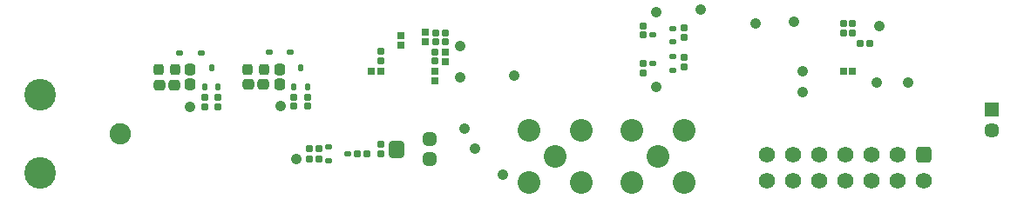
<source format=gbs>
G04*
G04 #@! TF.GenerationSoftware,Altium Limited,Altium Designer,24.10.1 (45)*
G04*
G04 Layer_Color=16711935*
%FSAX25Y25*%
%MOIN*%
G70*
G04*
G04 #@! TF.SameCoordinates,E9A5F422-793D-4FF6-AE78-97F5C49A065D*
G04*
G04*
G04 #@! TF.FilePolarity,Negative*
G04*
G01*
G75*
G04:AMPARAMS|DCode=56|XSize=40.4mil|YSize=44.34mil|CornerRadius=10.85mil|HoleSize=0mil|Usage=FLASHONLY|Rotation=270.000|XOffset=0mil|YOffset=0mil|HoleType=Round|Shape=RoundedRectangle|*
%AMROUNDEDRECTD56*
21,1,0.04040,0.02264,0,0,270.0*
21,1,0.01870,0.04434,0,0,270.0*
1,1,0.02170,-0.01132,-0.00935*
1,1,0.02170,-0.01132,0.00935*
1,1,0.02170,0.01132,0.00935*
1,1,0.02170,0.01132,-0.00935*
%
%ADD56ROUNDEDRECTD56*%
G04:AMPARAMS|DCode=57|XSize=40.4mil|YSize=44.34mil|CornerRadius=10.85mil|HoleSize=0mil|Usage=FLASHONLY|Rotation=0.000|XOffset=0mil|YOffset=0mil|HoleType=Round|Shape=RoundedRectangle|*
%AMROUNDEDRECTD57*
21,1,0.04040,0.02264,0,0,0.0*
21,1,0.01870,0.04434,0,0,0.0*
1,1,0.02170,0.00935,-0.01132*
1,1,0.02170,-0.00935,-0.01132*
1,1,0.02170,-0.00935,0.01132*
1,1,0.02170,0.00935,0.01132*
%
%ADD57ROUNDEDRECTD57*%
G04:AMPARAMS|DCode=58|XSize=42.37mil|YSize=38.43mil|CornerRadius=10.36mil|HoleSize=0mil|Usage=FLASHONLY|Rotation=270.000|XOffset=0mil|YOffset=0mil|HoleType=Round|Shape=RoundedRectangle|*
%AMROUNDEDRECTD58*
21,1,0.04237,0.01772,0,0,270.0*
21,1,0.02165,0.03843,0,0,270.0*
1,1,0.02072,-0.00886,-0.01083*
1,1,0.02072,-0.00886,0.01083*
1,1,0.02072,0.00886,0.01083*
1,1,0.02072,0.00886,-0.01083*
%
%ADD58ROUNDEDRECTD58*%
G04:AMPARAMS|DCode=59|XSize=26.62mil|YSize=26.62mil|CornerRadius=7.41mil|HoleSize=0mil|Usage=FLASHONLY|Rotation=270.000|XOffset=0mil|YOffset=0mil|HoleType=Round|Shape=RoundedRectangle|*
%AMROUNDEDRECTD59*
21,1,0.02662,0.01181,0,0,270.0*
21,1,0.01181,0.02662,0,0,270.0*
1,1,0.01481,-0.00591,-0.00591*
1,1,0.01481,-0.00591,0.00591*
1,1,0.01481,0.00591,0.00591*
1,1,0.01481,0.00591,-0.00591*
%
%ADD59ROUNDEDRECTD59*%
G04:AMPARAMS|DCode=60|XSize=28.2mil|YSize=28.2mil|CornerRadius=7.8mil|HoleSize=0mil|Usage=FLASHONLY|Rotation=180.000|XOffset=0mil|YOffset=0mil|HoleType=Round|Shape=RoundedRectangle|*
%AMROUNDEDRECTD60*
21,1,0.02820,0.01260,0,0,180.0*
21,1,0.01260,0.02820,0,0,180.0*
1,1,0.01560,-0.00630,0.00630*
1,1,0.01560,0.00630,0.00630*
1,1,0.01560,0.00630,-0.00630*
1,1,0.01560,-0.00630,-0.00630*
%
%ADD60ROUNDEDRECTD60*%
G04:AMPARAMS|DCode=61|XSize=28.2mil|YSize=28.2mil|CornerRadius=7.8mil|HoleSize=0mil|Usage=FLASHONLY|Rotation=270.000|XOffset=0mil|YOffset=0mil|HoleType=Round|Shape=RoundedRectangle|*
%AMROUNDEDRECTD61*
21,1,0.02820,0.01260,0,0,270.0*
21,1,0.01260,0.02820,0,0,270.0*
1,1,0.01560,-0.00630,-0.00630*
1,1,0.01560,-0.00630,0.00630*
1,1,0.01560,0.00630,0.00630*
1,1,0.01560,0.00630,-0.00630*
%
%ADD61ROUNDEDRECTD61*%
G04:AMPARAMS|DCode=80|XSize=26.62mil|YSize=26.62mil|CornerRadius=7.41mil|HoleSize=0mil|Usage=FLASHONLY|Rotation=0.000|XOffset=0mil|YOffset=0mil|HoleType=Round|Shape=RoundedRectangle|*
%AMROUNDEDRECTD80*
21,1,0.02662,0.01181,0,0,0.0*
21,1,0.01181,0.02662,0,0,0.0*
1,1,0.01481,0.00591,-0.00591*
1,1,0.01481,-0.00591,-0.00591*
1,1,0.01481,-0.00591,0.00591*
1,1,0.01481,0.00591,0.00591*
%
%ADD80ROUNDEDRECTD80*%
%ADD85C,0.06206*%
G04:AMPARAMS|DCode=86|XSize=62.06mil|YSize=62.06mil|CornerRadius=16.26mil|HoleSize=0mil|Usage=FLASHONLY|Rotation=180.000|XOffset=0mil|YOffset=0mil|HoleType=Round|Shape=RoundedRectangle|*
%AMROUNDEDRECTD86*
21,1,0.06206,0.02953,0,0,180.0*
21,1,0.02953,0.06206,0,0,180.0*
1,1,0.03253,-0.01476,0.01476*
1,1,0.03253,0.01476,0.01476*
1,1,0.03253,0.01476,-0.01476*
1,1,0.03253,-0.01476,-0.01476*
%
%ADD86ROUNDEDRECTD86*%
%ADD87R,0.05686X0.05686*%
%ADD88C,0.05686*%
%ADD89C,0.12111*%
%ADD90C,0.08174*%
%ADD91C,0.08725*%
G04:AMPARAMS|DCode=116|XSize=28.59mil|YSize=22.69mil|CornerRadius=6.42mil|HoleSize=0mil|Usage=FLASHONLY|Rotation=0.000|XOffset=0mil|YOffset=0mil|HoleType=Round|Shape=RoundedRectangle|*
%AMROUNDEDRECTD116*
21,1,0.02859,0.00984,0,0,0.0*
21,1,0.01575,0.02269,0,0,0.0*
1,1,0.01284,0.00787,-0.00492*
1,1,0.01284,-0.00787,-0.00492*
1,1,0.01284,-0.00787,0.00492*
1,1,0.01284,0.00787,0.00492*
%
%ADD116ROUNDEDRECTD116*%
G04:AMPARAMS|DCode=117|XSize=21.5mil|YSize=26.62mil|CornerRadius=6.13mil|HoleSize=0mil|Usage=FLASHONLY|Rotation=180.000|XOffset=0mil|YOffset=0mil|HoleType=Round|Shape=RoundedRectangle|*
%AMROUNDEDRECTD117*
21,1,0.02150,0.01437,0,0,180.0*
21,1,0.00925,0.02662,0,0,180.0*
1,1,0.01225,-0.00463,0.00719*
1,1,0.01225,0.00463,0.00719*
1,1,0.01225,0.00463,-0.00719*
1,1,0.01225,-0.00463,-0.00719*
%
%ADD117ROUNDEDRECTD117*%
%ADD118C,0.04237*%
G04:AMPARAMS|DCode=119|XSize=65.99mil|YSize=62.06mil|CornerRadius=16.26mil|HoleSize=0mil|Usage=FLASHONLY|Rotation=270.000|XOffset=0mil|YOffset=0mil|HoleType=Round|Shape=RoundedRectangle|*
%AMROUNDEDRECTD119*
21,1,0.06599,0.02953,0,0,270.0*
21,1,0.03347,0.06206,0,0,270.0*
1,1,0.03253,-0.01476,-0.01673*
1,1,0.03253,-0.01476,0.01673*
1,1,0.03253,0.01476,0.01673*
1,1,0.03253,0.01476,-0.01673*
%
%ADD119ROUNDEDRECTD119*%
G04:AMPARAMS|DCode=120|XSize=50.24mil|YSize=50.24mil|CornerRadius=13.31mil|HoleSize=0mil|Usage=FLASHONLY|Rotation=270.000|XOffset=0mil|YOffset=0mil|HoleType=Round|Shape=RoundedRectangle|*
%AMROUNDEDRECTD120*
21,1,0.05024,0.02362,0,0,270.0*
21,1,0.02362,0.05024,0,0,270.0*
1,1,0.02662,-0.01181,-0.01181*
1,1,0.02662,-0.01181,0.01181*
1,1,0.02662,0.01181,0.01181*
1,1,0.02662,0.01181,-0.01181*
%
%ADD120ROUNDEDRECTD120*%
G04:AMPARAMS|DCode=121|XSize=21.5mil|YSize=26.62mil|CornerRadius=6.13mil|HoleSize=0mil|Usage=FLASHONLY|Rotation=270.000|XOffset=0mil|YOffset=0mil|HoleType=Round|Shape=RoundedRectangle|*
%AMROUNDEDRECTD121*
21,1,0.02150,0.01437,0,0,270.0*
21,1,0.00925,0.02662,0,0,270.0*
1,1,0.01225,-0.00719,-0.00463*
1,1,0.01225,-0.00719,0.00463*
1,1,0.01225,0.00719,0.00463*
1,1,0.01225,0.00719,-0.00463*
%
%ADD121ROUNDEDRECTD121*%
D56*
X0098130Y0043406D02*
D03*
X0103839D02*
D03*
X0063976Y0043307D02*
D03*
X0069685D02*
D03*
D57*
X0109941Y0049213D02*
D03*
Y0043504D02*
D03*
X0075787Y0049114D02*
D03*
Y0043406D02*
D03*
D58*
X0104134Y0049311D02*
D03*
X0097835D02*
D03*
X0063681Y0049213D02*
D03*
X0069980D02*
D03*
D59*
X0329134Y0066831D02*
D03*
X0325591D02*
D03*
X0329134Y0063090D02*
D03*
X0325591D02*
D03*
X0335531Y0059350D02*
D03*
X0331988D02*
D03*
X0121358Y0015059D02*
D03*
X0124902D02*
D03*
X0121358Y0018799D02*
D03*
X0124902D02*
D03*
X0139764Y0016929D02*
D03*
X0143307D02*
D03*
D60*
X0173327Y0055945D02*
D03*
Y0052323D02*
D03*
X0156398Y0058524D02*
D03*
Y0062146D02*
D03*
X0165748Y0063524D02*
D03*
Y0059902D02*
D03*
X0169390Y0048661D02*
D03*
Y0045039D02*
D03*
D61*
X0325551Y0048425D02*
D03*
X0329173D02*
D03*
X0148661Y0048720D02*
D03*
X0145039D02*
D03*
D80*
X0120571Y0035138D02*
D03*
Y0038681D02*
D03*
X0115453Y0035138D02*
D03*
Y0038681D02*
D03*
X0086417Y0035039D02*
D03*
Y0038583D02*
D03*
X0081299Y0035039D02*
D03*
Y0038583D02*
D03*
X0148819Y0020472D02*
D03*
Y0016929D02*
D03*
X0248917Y0048031D02*
D03*
Y0051575D02*
D03*
X0248917Y0065945D02*
D03*
Y0062402D02*
D03*
X0264567Y0053937D02*
D03*
Y0050394D02*
D03*
Y0065158D02*
D03*
Y0061614D02*
D03*
X0169587Y0063287D02*
D03*
Y0059744D02*
D03*
X0173327Y0059744D02*
D03*
Y0063287D02*
D03*
X0148622Y0056201D02*
D03*
Y0052658D02*
D03*
X0169488Y0056004D02*
D03*
Y0052461D02*
D03*
D85*
X0336378Y0006417D02*
D03*
Y0016417D02*
D03*
X0346378Y0006417D02*
D03*
Y0016417D02*
D03*
X0356378Y0006417D02*
D03*
X0326378Y0016417D02*
D03*
Y0006417D02*
D03*
X0316378Y0016417D02*
D03*
Y0006417D02*
D03*
X0306424Y0006465D02*
D03*
Y0016417D02*
D03*
X0296424D02*
D03*
Y0006465D02*
D03*
D86*
X0356378Y0016417D02*
D03*
D87*
X0382480Y0033858D02*
D03*
D88*
Y0025984D02*
D03*
D89*
X0018406Y0039469D02*
D03*
Y0009547D02*
D03*
D90*
X0049114Y0024508D02*
D03*
D91*
X0244724Y0005748D02*
D03*
X0264724D02*
D03*
Y0025748D02*
D03*
X0244724D02*
D03*
X0254724Y0015748D02*
D03*
X0205354Y0005748D02*
D03*
X0225354D02*
D03*
Y0025748D02*
D03*
X0205354D02*
D03*
X0215354Y0015748D02*
D03*
D116*
X0114173Y0055807D02*
D03*
X0105905D02*
D03*
X0080020Y0055709D02*
D03*
X0071752D02*
D03*
D117*
X0118012Y0050000D02*
D03*
X0120571Y0042520D02*
D03*
X0115453D02*
D03*
X0083858Y0049902D02*
D03*
X0086417Y0042421D02*
D03*
X0081299D02*
D03*
D118*
X0075787Y0035039D02*
D03*
X0110433Y0035138D02*
D03*
X0350492Y0044094D02*
D03*
X0338484D02*
D03*
X0339469Y0065847D02*
D03*
X0199606Y0046850D02*
D03*
X0179035Y0046358D02*
D03*
X0179134Y0058366D02*
D03*
X0254035Y0071063D02*
D03*
Y0042520D02*
D03*
X0291929Y0066732D02*
D03*
X0310039Y0040551D02*
D03*
Y0048622D02*
D03*
X0306594Y0067421D02*
D03*
X0184646Y0018898D02*
D03*
X0195276Y0009055D02*
D03*
X0180709Y0026673D02*
D03*
X0116437Y0015059D02*
D03*
X0271063Y0072146D02*
D03*
D119*
X0154626Y0018701D02*
D03*
D120*
X0167421Y0014764D02*
D03*
Y0022638D02*
D03*
D121*
X0252854Y0051575D02*
D03*
X0260335Y0054134D02*
D03*
Y0049016D02*
D03*
X0252854Y0062402D02*
D03*
X0260335Y0064961D02*
D03*
Y0059842D02*
D03*
X0136024Y0016929D02*
D03*
X0128543Y0014370D02*
D03*
Y0019488D02*
D03*
M02*

</source>
